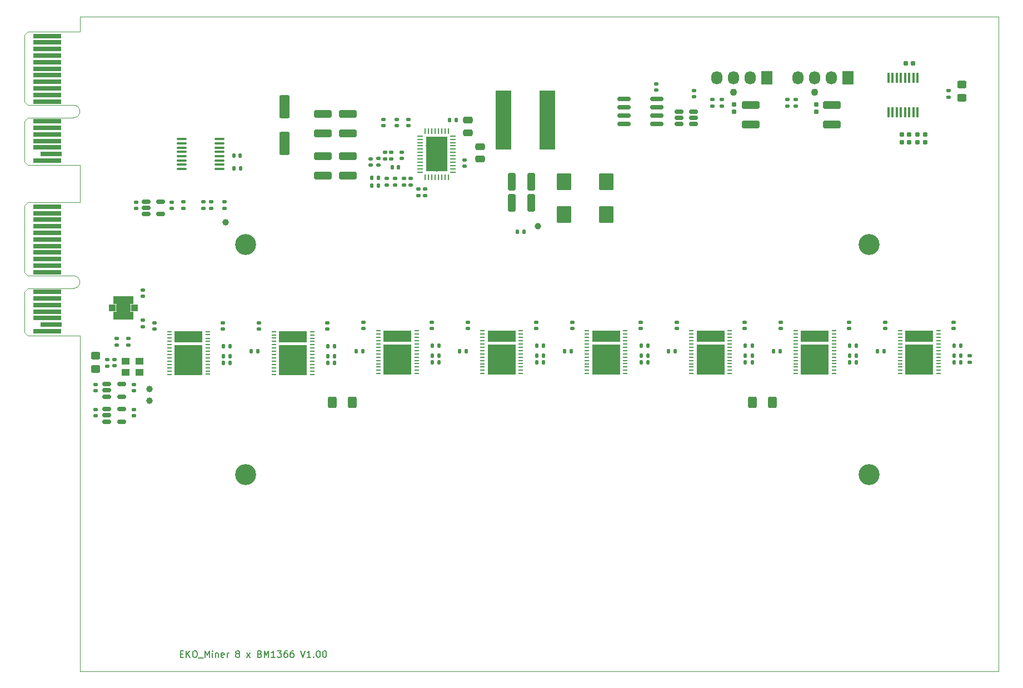
<source format=gbr>
%TF.GenerationSoftware,KiCad,Pcbnew,8.0.0*%
%TF.CreationDate,2024-03-29T21:32:46+01:00*%
%TF.ProjectId,EKO_Miner_BM1366,454b4f5f-4d69-46e6-9572-5f424d313336,rev?*%
%TF.SameCoordinates,Original*%
%TF.FileFunction,Soldermask,Top*%
%TF.FilePolarity,Negative*%
%FSLAX46Y46*%
G04 Gerber Fmt 4.6, Leading zero omitted, Abs format (unit mm)*
G04 Created by KiCad (PCBNEW 8.0.0) date 2024-03-29 21:32:46*
%MOMM*%
%LPD*%
G01*
G04 APERTURE LIST*
G04 Aperture macros list*
%AMRoundRect*
0 Rectangle with rounded corners*
0 $1 Rounding radius*
0 $2 $3 $4 $5 $6 $7 $8 $9 X,Y pos of 4 corners*
0 Add a 4 corners polygon primitive as box body*
4,1,4,$2,$3,$4,$5,$6,$7,$8,$9,$2,$3,0*
0 Add four circle primitives for the rounded corners*
1,1,$1+$1,$2,$3*
1,1,$1+$1,$4,$5*
1,1,$1+$1,$6,$7*
1,1,$1+$1,$8,$9*
0 Add four rect primitives between the rounded corners*
20,1,$1+$1,$2,$3,$4,$5,0*
20,1,$1+$1,$4,$5,$6,$7,0*
20,1,$1+$1,$6,$7,$8,$9,0*
20,1,$1+$1,$8,$9,$2,$3,0*%
G04 Aperture macros list end*
%ADD10C,0.150000*%
%ADD11RoundRect,0.250000X1.100000X-0.325000X1.100000X0.325000X-1.100000X0.325000X-1.100000X-0.325000X0*%
%ADD12RoundRect,0.100000X-0.637500X-0.100000X0.637500X-0.100000X0.637500X0.100000X-0.637500X0.100000X0*%
%ADD13RoundRect,0.135000X-0.135000X-0.185000X0.135000X-0.185000X0.135000X0.185000X-0.135000X0.185000X0*%
%ADD14RoundRect,0.250000X0.475000X-0.250000X0.475000X0.250000X-0.475000X0.250000X-0.475000X-0.250000X0*%
%ADD15C,1.000000*%
%ADD16C,1.100000*%
%ADD17R,1.730000X2.030000*%
%ADD18O,1.730000X2.030000*%
%ADD19RoundRect,0.135000X-0.185000X0.135000X-0.185000X-0.135000X0.185000X-0.135000X0.185000X0.135000X0*%
%ADD20C,3.200000*%
%ADD21RoundRect,0.140000X-0.170000X0.140000X-0.170000X-0.140000X0.170000X-0.140000X0.170000X0.140000X0*%
%ADD22RoundRect,0.140000X0.170000X-0.140000X0.170000X0.140000X-0.170000X0.140000X-0.170000X-0.140000X0*%
%ADD23RoundRect,0.150000X-0.512500X-0.150000X0.512500X-0.150000X0.512500X0.150000X-0.512500X0.150000X0*%
%ADD24RoundRect,0.135000X0.185000X-0.135000X0.185000X0.135000X-0.185000X0.135000X-0.185000X-0.135000X0*%
%ADD25RoundRect,0.140000X0.140000X0.170000X-0.140000X0.170000X-0.140000X-0.170000X0.140000X-0.170000X0*%
%ADD26RoundRect,0.135000X0.135000X0.185000X-0.135000X0.185000X-0.135000X-0.185000X0.135000X-0.185000X0*%
%ADD27R,0.792000X0.221000*%
%ADD28R,4.277000X1.810000*%
%ADD29R,4.277000X4.530000*%
%ADD30R,4.300000X0.700000*%
%ADD31R,3.200000X0.700000*%
%ADD32RoundRect,0.155000X0.212500X0.155000X-0.212500X0.155000X-0.212500X-0.155000X0.212500X-0.155000X0*%
%ADD33RoundRect,0.150000X-0.825000X-0.150000X0.825000X-0.150000X0.825000X0.150000X-0.825000X0.150000X0*%
%ADD34RoundRect,0.250000X0.450000X-0.325000X0.450000X0.325000X-0.450000X0.325000X-0.450000X-0.325000X0*%
%ADD35RoundRect,0.140000X-0.140000X-0.170000X0.140000X-0.170000X0.140000X0.170000X-0.140000X0.170000X0*%
%ADD36RoundRect,0.250000X-1.100000X0.325000X-1.100000X-0.325000X1.100000X-0.325000X1.100000X0.325000X0*%
%ADD37R,0.410000X1.600000*%
%ADD38RoundRect,0.155000X-0.212500X-0.155000X0.212500X-0.155000X0.212500X0.155000X-0.212500X0.155000X0*%
%ADD39RoundRect,0.250000X-0.875000X-1.025000X0.875000X-1.025000X0.875000X1.025000X-0.875000X1.025000X0*%
%ADD40R,2.380000X9.000000*%
%ADD41RoundRect,0.250000X0.550000X-1.500000X0.550000X1.500000X-0.550000X1.500000X-0.550000X-1.500000X0*%
%ADD42RoundRect,0.155000X-0.155000X0.212500X-0.155000X-0.212500X0.155000X-0.212500X0.155000X0.212500X0*%
%ADD43RoundRect,0.250000X0.325000X1.100000X-0.325000X1.100000X-0.325000X-1.100000X0.325000X-1.100000X0*%
%ADD44R,1.300000X1.100000*%
%ADD45RoundRect,0.250000X-0.400000X-0.625000X0.400000X-0.625000X0.400000X0.625000X-0.400000X0.625000X0*%
%ADD46RoundRect,0.062500X0.337500X0.062500X-0.337500X0.062500X-0.337500X-0.062500X0.337500X-0.062500X0*%
%ADD47RoundRect,0.062500X0.062500X0.337500X-0.062500X0.337500X-0.062500X-0.337500X0.062500X-0.337500X0*%
%ADD48C,0.500000*%
%ADD49R,3.300000X5.300000*%
%ADD50RoundRect,0.051040X-0.480960X0.180960X-0.480960X-0.180960X0.480960X-0.180960X0.480960X0.180960X0*%
%ADD51RoundRect,0.013920X-0.218080X0.518080X-0.218080X-0.518080X0.218080X-0.518080X0.218080X0.518080X0*%
%ADD52RoundRect,0.102000X-1.000000X0.500000X-1.000000X-0.500000X1.000000X-0.500000X1.000000X0.500000X0*%
%TA.AperFunction,Profile*%
%ADD53C,0.100000*%
%TD*%
G04 APERTURE END LIST*
D10*
X90086779Y-122346009D02*
X90420112Y-122346009D01*
X90562969Y-122869819D02*
X90086779Y-122869819D01*
X90086779Y-122869819D02*
X90086779Y-121869819D01*
X90086779Y-121869819D02*
X90562969Y-121869819D01*
X90991541Y-122869819D02*
X90991541Y-121869819D01*
X91562969Y-122869819D02*
X91134398Y-122298390D01*
X91562969Y-121869819D02*
X90991541Y-122441247D01*
X92182017Y-121869819D02*
X92372493Y-121869819D01*
X92372493Y-121869819D02*
X92467731Y-121917438D01*
X92467731Y-121917438D02*
X92562969Y-122012676D01*
X92562969Y-122012676D02*
X92610588Y-122203152D01*
X92610588Y-122203152D02*
X92610588Y-122536485D01*
X92610588Y-122536485D02*
X92562969Y-122726961D01*
X92562969Y-122726961D02*
X92467731Y-122822200D01*
X92467731Y-122822200D02*
X92372493Y-122869819D01*
X92372493Y-122869819D02*
X92182017Y-122869819D01*
X92182017Y-122869819D02*
X92086779Y-122822200D01*
X92086779Y-122822200D02*
X91991541Y-122726961D01*
X91991541Y-122726961D02*
X91943922Y-122536485D01*
X91943922Y-122536485D02*
X91943922Y-122203152D01*
X91943922Y-122203152D02*
X91991541Y-122012676D01*
X91991541Y-122012676D02*
X92086779Y-121917438D01*
X92086779Y-121917438D02*
X92182017Y-121869819D01*
X92801065Y-122965057D02*
X93562969Y-122965057D01*
X93801065Y-122869819D02*
X93801065Y-121869819D01*
X93801065Y-121869819D02*
X94134398Y-122584104D01*
X94134398Y-122584104D02*
X94467731Y-121869819D01*
X94467731Y-121869819D02*
X94467731Y-122869819D01*
X94943922Y-122869819D02*
X94943922Y-122203152D01*
X94943922Y-121869819D02*
X94896303Y-121917438D01*
X94896303Y-121917438D02*
X94943922Y-121965057D01*
X94943922Y-121965057D02*
X94991541Y-121917438D01*
X94991541Y-121917438D02*
X94943922Y-121869819D01*
X94943922Y-121869819D02*
X94943922Y-121965057D01*
X95420112Y-122203152D02*
X95420112Y-122869819D01*
X95420112Y-122298390D02*
X95467731Y-122250771D01*
X95467731Y-122250771D02*
X95562969Y-122203152D01*
X95562969Y-122203152D02*
X95705826Y-122203152D01*
X95705826Y-122203152D02*
X95801064Y-122250771D01*
X95801064Y-122250771D02*
X95848683Y-122346009D01*
X95848683Y-122346009D02*
X95848683Y-122869819D01*
X96705826Y-122822200D02*
X96610588Y-122869819D01*
X96610588Y-122869819D02*
X96420112Y-122869819D01*
X96420112Y-122869819D02*
X96324874Y-122822200D01*
X96324874Y-122822200D02*
X96277255Y-122726961D01*
X96277255Y-122726961D02*
X96277255Y-122346009D01*
X96277255Y-122346009D02*
X96324874Y-122250771D01*
X96324874Y-122250771D02*
X96420112Y-122203152D01*
X96420112Y-122203152D02*
X96610588Y-122203152D01*
X96610588Y-122203152D02*
X96705826Y-122250771D01*
X96705826Y-122250771D02*
X96753445Y-122346009D01*
X96753445Y-122346009D02*
X96753445Y-122441247D01*
X96753445Y-122441247D02*
X96277255Y-122536485D01*
X97182017Y-122869819D02*
X97182017Y-122203152D01*
X97182017Y-122393628D02*
X97229636Y-122298390D01*
X97229636Y-122298390D02*
X97277255Y-122250771D01*
X97277255Y-122250771D02*
X97372493Y-122203152D01*
X97372493Y-122203152D02*
X97467731Y-122203152D01*
X98705827Y-122298390D02*
X98610589Y-122250771D01*
X98610589Y-122250771D02*
X98562970Y-122203152D01*
X98562970Y-122203152D02*
X98515351Y-122107914D01*
X98515351Y-122107914D02*
X98515351Y-122060295D01*
X98515351Y-122060295D02*
X98562970Y-121965057D01*
X98562970Y-121965057D02*
X98610589Y-121917438D01*
X98610589Y-121917438D02*
X98705827Y-121869819D01*
X98705827Y-121869819D02*
X98896303Y-121869819D01*
X98896303Y-121869819D02*
X98991541Y-121917438D01*
X98991541Y-121917438D02*
X99039160Y-121965057D01*
X99039160Y-121965057D02*
X99086779Y-122060295D01*
X99086779Y-122060295D02*
X99086779Y-122107914D01*
X99086779Y-122107914D02*
X99039160Y-122203152D01*
X99039160Y-122203152D02*
X98991541Y-122250771D01*
X98991541Y-122250771D02*
X98896303Y-122298390D01*
X98896303Y-122298390D02*
X98705827Y-122298390D01*
X98705827Y-122298390D02*
X98610589Y-122346009D01*
X98610589Y-122346009D02*
X98562970Y-122393628D01*
X98562970Y-122393628D02*
X98515351Y-122488866D01*
X98515351Y-122488866D02*
X98515351Y-122679342D01*
X98515351Y-122679342D02*
X98562970Y-122774580D01*
X98562970Y-122774580D02*
X98610589Y-122822200D01*
X98610589Y-122822200D02*
X98705827Y-122869819D01*
X98705827Y-122869819D02*
X98896303Y-122869819D01*
X98896303Y-122869819D02*
X98991541Y-122822200D01*
X98991541Y-122822200D02*
X99039160Y-122774580D01*
X99039160Y-122774580D02*
X99086779Y-122679342D01*
X99086779Y-122679342D02*
X99086779Y-122488866D01*
X99086779Y-122488866D02*
X99039160Y-122393628D01*
X99039160Y-122393628D02*
X98991541Y-122346009D01*
X98991541Y-122346009D02*
X98896303Y-122298390D01*
X100182018Y-122869819D02*
X100705827Y-122203152D01*
X100182018Y-122203152D02*
X100705827Y-122869819D01*
X102182018Y-122346009D02*
X102324875Y-122393628D01*
X102324875Y-122393628D02*
X102372494Y-122441247D01*
X102372494Y-122441247D02*
X102420113Y-122536485D01*
X102420113Y-122536485D02*
X102420113Y-122679342D01*
X102420113Y-122679342D02*
X102372494Y-122774580D01*
X102372494Y-122774580D02*
X102324875Y-122822200D01*
X102324875Y-122822200D02*
X102229637Y-122869819D01*
X102229637Y-122869819D02*
X101848685Y-122869819D01*
X101848685Y-122869819D02*
X101848685Y-121869819D01*
X101848685Y-121869819D02*
X102182018Y-121869819D01*
X102182018Y-121869819D02*
X102277256Y-121917438D01*
X102277256Y-121917438D02*
X102324875Y-121965057D01*
X102324875Y-121965057D02*
X102372494Y-122060295D01*
X102372494Y-122060295D02*
X102372494Y-122155533D01*
X102372494Y-122155533D02*
X102324875Y-122250771D01*
X102324875Y-122250771D02*
X102277256Y-122298390D01*
X102277256Y-122298390D02*
X102182018Y-122346009D01*
X102182018Y-122346009D02*
X101848685Y-122346009D01*
X102848685Y-122869819D02*
X102848685Y-121869819D01*
X102848685Y-121869819D02*
X103182018Y-122584104D01*
X103182018Y-122584104D02*
X103515351Y-121869819D01*
X103515351Y-121869819D02*
X103515351Y-122869819D01*
X104515351Y-122869819D02*
X103943923Y-122869819D01*
X104229637Y-122869819D02*
X104229637Y-121869819D01*
X104229637Y-121869819D02*
X104134399Y-122012676D01*
X104134399Y-122012676D02*
X104039161Y-122107914D01*
X104039161Y-122107914D02*
X103943923Y-122155533D01*
X104848685Y-121869819D02*
X105467732Y-121869819D01*
X105467732Y-121869819D02*
X105134399Y-122250771D01*
X105134399Y-122250771D02*
X105277256Y-122250771D01*
X105277256Y-122250771D02*
X105372494Y-122298390D01*
X105372494Y-122298390D02*
X105420113Y-122346009D01*
X105420113Y-122346009D02*
X105467732Y-122441247D01*
X105467732Y-122441247D02*
X105467732Y-122679342D01*
X105467732Y-122679342D02*
X105420113Y-122774580D01*
X105420113Y-122774580D02*
X105372494Y-122822200D01*
X105372494Y-122822200D02*
X105277256Y-122869819D01*
X105277256Y-122869819D02*
X104991542Y-122869819D01*
X104991542Y-122869819D02*
X104896304Y-122822200D01*
X104896304Y-122822200D02*
X104848685Y-122774580D01*
X106324875Y-121869819D02*
X106134399Y-121869819D01*
X106134399Y-121869819D02*
X106039161Y-121917438D01*
X106039161Y-121917438D02*
X105991542Y-121965057D01*
X105991542Y-121965057D02*
X105896304Y-122107914D01*
X105896304Y-122107914D02*
X105848685Y-122298390D01*
X105848685Y-122298390D02*
X105848685Y-122679342D01*
X105848685Y-122679342D02*
X105896304Y-122774580D01*
X105896304Y-122774580D02*
X105943923Y-122822200D01*
X105943923Y-122822200D02*
X106039161Y-122869819D01*
X106039161Y-122869819D02*
X106229637Y-122869819D01*
X106229637Y-122869819D02*
X106324875Y-122822200D01*
X106324875Y-122822200D02*
X106372494Y-122774580D01*
X106372494Y-122774580D02*
X106420113Y-122679342D01*
X106420113Y-122679342D02*
X106420113Y-122441247D01*
X106420113Y-122441247D02*
X106372494Y-122346009D01*
X106372494Y-122346009D02*
X106324875Y-122298390D01*
X106324875Y-122298390D02*
X106229637Y-122250771D01*
X106229637Y-122250771D02*
X106039161Y-122250771D01*
X106039161Y-122250771D02*
X105943923Y-122298390D01*
X105943923Y-122298390D02*
X105896304Y-122346009D01*
X105896304Y-122346009D02*
X105848685Y-122441247D01*
X107277256Y-121869819D02*
X107086780Y-121869819D01*
X107086780Y-121869819D02*
X106991542Y-121917438D01*
X106991542Y-121917438D02*
X106943923Y-121965057D01*
X106943923Y-121965057D02*
X106848685Y-122107914D01*
X106848685Y-122107914D02*
X106801066Y-122298390D01*
X106801066Y-122298390D02*
X106801066Y-122679342D01*
X106801066Y-122679342D02*
X106848685Y-122774580D01*
X106848685Y-122774580D02*
X106896304Y-122822200D01*
X106896304Y-122822200D02*
X106991542Y-122869819D01*
X106991542Y-122869819D02*
X107182018Y-122869819D01*
X107182018Y-122869819D02*
X107277256Y-122822200D01*
X107277256Y-122822200D02*
X107324875Y-122774580D01*
X107324875Y-122774580D02*
X107372494Y-122679342D01*
X107372494Y-122679342D02*
X107372494Y-122441247D01*
X107372494Y-122441247D02*
X107324875Y-122346009D01*
X107324875Y-122346009D02*
X107277256Y-122298390D01*
X107277256Y-122298390D02*
X107182018Y-122250771D01*
X107182018Y-122250771D02*
X106991542Y-122250771D01*
X106991542Y-122250771D02*
X106896304Y-122298390D01*
X106896304Y-122298390D02*
X106848685Y-122346009D01*
X106848685Y-122346009D02*
X106801066Y-122441247D01*
X108420114Y-121869819D02*
X108753447Y-122869819D01*
X108753447Y-122869819D02*
X109086780Y-121869819D01*
X109943923Y-122869819D02*
X109372495Y-122869819D01*
X109658209Y-122869819D02*
X109658209Y-121869819D01*
X109658209Y-121869819D02*
X109562971Y-122012676D01*
X109562971Y-122012676D02*
X109467733Y-122107914D01*
X109467733Y-122107914D02*
X109372495Y-122155533D01*
X110372495Y-122774580D02*
X110420114Y-122822200D01*
X110420114Y-122822200D02*
X110372495Y-122869819D01*
X110372495Y-122869819D02*
X110324876Y-122822200D01*
X110324876Y-122822200D02*
X110372495Y-122774580D01*
X110372495Y-122774580D02*
X110372495Y-122869819D01*
X111039161Y-121869819D02*
X111134399Y-121869819D01*
X111134399Y-121869819D02*
X111229637Y-121917438D01*
X111229637Y-121917438D02*
X111277256Y-121965057D01*
X111277256Y-121965057D02*
X111324875Y-122060295D01*
X111324875Y-122060295D02*
X111372494Y-122250771D01*
X111372494Y-122250771D02*
X111372494Y-122488866D01*
X111372494Y-122488866D02*
X111324875Y-122679342D01*
X111324875Y-122679342D02*
X111277256Y-122774580D01*
X111277256Y-122774580D02*
X111229637Y-122822200D01*
X111229637Y-122822200D02*
X111134399Y-122869819D01*
X111134399Y-122869819D02*
X111039161Y-122869819D01*
X111039161Y-122869819D02*
X110943923Y-122822200D01*
X110943923Y-122822200D02*
X110896304Y-122774580D01*
X110896304Y-122774580D02*
X110848685Y-122679342D01*
X110848685Y-122679342D02*
X110801066Y-122488866D01*
X110801066Y-122488866D02*
X110801066Y-122250771D01*
X110801066Y-122250771D02*
X110848685Y-122060295D01*
X110848685Y-122060295D02*
X110896304Y-121965057D01*
X110896304Y-121965057D02*
X110943923Y-121917438D01*
X110943923Y-121917438D02*
X111039161Y-121869819D01*
X111991542Y-121869819D02*
X112086780Y-121869819D01*
X112086780Y-121869819D02*
X112182018Y-121917438D01*
X112182018Y-121917438D02*
X112229637Y-121965057D01*
X112229637Y-121965057D02*
X112277256Y-122060295D01*
X112277256Y-122060295D02*
X112324875Y-122250771D01*
X112324875Y-122250771D02*
X112324875Y-122488866D01*
X112324875Y-122488866D02*
X112277256Y-122679342D01*
X112277256Y-122679342D02*
X112229637Y-122774580D01*
X112229637Y-122774580D02*
X112182018Y-122822200D01*
X112182018Y-122822200D02*
X112086780Y-122869819D01*
X112086780Y-122869819D02*
X111991542Y-122869819D01*
X111991542Y-122869819D02*
X111896304Y-122822200D01*
X111896304Y-122822200D02*
X111848685Y-122774580D01*
X111848685Y-122774580D02*
X111801066Y-122679342D01*
X111801066Y-122679342D02*
X111753447Y-122488866D01*
X111753447Y-122488866D02*
X111753447Y-122250771D01*
X111753447Y-122250771D02*
X111801066Y-122060295D01*
X111801066Y-122060295D02*
X111848685Y-121965057D01*
X111848685Y-121965057D02*
X111896304Y-121917438D01*
X111896304Y-121917438D02*
X111991542Y-121869819D01*
D11*
%TO.C,C10*%
X111750000Y-43075000D03*
X111750000Y-40125000D03*
%TD*%
D12*
%TO.C,U3*%
X90312500Y-43925000D03*
X90312500Y-44575000D03*
X90312500Y-45225000D03*
X90312500Y-45875000D03*
X90312500Y-46525000D03*
X90312500Y-47175000D03*
X90312500Y-47825000D03*
X90312500Y-48475000D03*
X96037500Y-48475000D03*
X96037500Y-47825000D03*
X96037500Y-47175000D03*
X96037500Y-46525000D03*
X96037500Y-45875000D03*
X96037500Y-45225000D03*
X96037500Y-44575000D03*
X96037500Y-43925000D03*
%TD*%
D13*
%TO.C,R46*%
X176164285Y-75392000D03*
X177184285Y-75392000D03*
%TD*%
%TO.C,R37*%
X160259428Y-77892000D03*
X161279428Y-77892000D03*
%TD*%
D14*
%TO.C,C15*%
X135750000Y-46950000D03*
X135750000Y-45050000D03*
%TD*%
D15*
%TO.C,TP1*%
X144550000Y-57200000D03*
%TD*%
D16*
%TO.C,J3*%
X186670000Y-36760000D03*
D17*
X191750000Y-34600000D03*
D18*
X189210000Y-34600000D03*
X186670000Y-34600000D03*
X184130000Y-34600000D03*
%TD*%
D19*
%TO.C,R62*%
X171150000Y-37890000D03*
X171150000Y-38910000D03*
%TD*%
D20*
%TO.C,H4*%
X195000000Y-95000000D03*
%TD*%
D21*
%TO.C,C147*%
X102054857Y-71925000D03*
X102054857Y-72885000D03*
%TD*%
D22*
%TO.C,C146*%
X112454857Y-72885000D03*
X112454857Y-71925000D03*
%TD*%
D20*
%TO.C,H2*%
X100000000Y-60000000D03*
%TD*%
D13*
%TO.C,R38*%
X144354571Y-75392000D03*
X145374571Y-75392000D03*
%TD*%
%TO.C,R39*%
X144354571Y-77892000D03*
X145374571Y-77892000D03*
%TD*%
%TO.C,R30*%
X128449714Y-75392000D03*
X129469714Y-75392000D03*
%TD*%
D21*
%TO.C,C28*%
X82950000Y-85120000D03*
X82950000Y-86080000D03*
%TD*%
D13*
%TO.C,R40*%
X160259428Y-75392000D03*
X161279428Y-75392000D03*
%TD*%
D23*
%TO.C,U1*%
X84812500Y-53450000D03*
X84812500Y-54400000D03*
X84812500Y-55350000D03*
X87087500Y-55350000D03*
X87087500Y-53450000D03*
%TD*%
D24*
%TO.C,R9*%
X122750000Y-50910000D03*
X122750000Y-49890000D03*
%TD*%
D13*
%TO.C,R59*%
X192069142Y-75392000D03*
X193089142Y-75392000D03*
%TD*%
D25*
%TO.C,C17*%
X123305000Y-48200000D03*
X122345000Y-48200000D03*
%TD*%
D24*
%TO.C,R8*%
X93550000Y-54510000D03*
X93550000Y-53490000D03*
%TD*%
D13*
%TO.C,R27*%
X96640000Y-77000000D03*
X97660000Y-77000000D03*
%TD*%
D22*
%TO.C,C144*%
X96550000Y-72880000D03*
X96550000Y-71920000D03*
%TD*%
D23*
%TO.C,U6*%
X78812500Y-81250000D03*
X78812500Y-82200000D03*
X78812500Y-83150000D03*
X81087500Y-83150000D03*
X81087500Y-81250000D03*
%TD*%
D13*
%TO.C,R29*%
X112544857Y-78005000D03*
X113564857Y-78005000D03*
%TD*%
D21*
%TO.C,C59*%
X197484000Y-71812000D03*
X197484000Y-72772000D03*
%TD*%
D26*
%TO.C,R47*%
X181460000Y-76200000D03*
X180440000Y-76200000D03*
%TD*%
D23*
%TO.C,U7*%
X78812500Y-85050000D03*
X78812500Y-86000000D03*
X78812500Y-86950000D03*
X81087500Y-86950000D03*
X81087500Y-85050000D03*
%TD*%
D26*
%TO.C,R1*%
X142460000Y-58000000D03*
X141440000Y-58000000D03*
%TD*%
D27*
%TO.C,U14*%
X183834000Y-73129000D03*
X183834000Y-73631000D03*
X183834000Y-74133000D03*
X183834000Y-74635000D03*
X183834000Y-75137000D03*
X183834000Y-75639000D03*
X183834000Y-76141000D03*
X183834000Y-76643000D03*
X183834000Y-77145000D03*
X183834000Y-77647000D03*
X183834000Y-78149000D03*
X183834000Y-78651000D03*
X183834000Y-79153000D03*
X183834000Y-79655000D03*
X189666000Y-79642000D03*
X189666000Y-79142000D03*
X189666000Y-78642000D03*
X189666000Y-78142000D03*
X189666000Y-77642000D03*
X189666000Y-77145000D03*
X189666000Y-76642000D03*
X189666000Y-76141000D03*
X189666000Y-75639000D03*
X189666000Y-75137000D03*
X189666000Y-74635000D03*
X189666000Y-74142000D03*
X189666000Y-73631000D03*
X189666000Y-73142000D03*
D28*
X186750000Y-73924000D03*
D29*
X186750000Y-77500000D03*
%TD*%
D13*
%TO.C,R44*%
X160259428Y-76892000D03*
X161279428Y-76892000D03*
%TD*%
D30*
%TO.C,J2*%
X69800000Y-54200000D03*
X69800000Y-55200000D03*
X69800000Y-56200000D03*
X69800000Y-57200000D03*
X69800000Y-58200000D03*
X69800000Y-59200000D03*
X69800000Y-60200000D03*
X69800000Y-61200000D03*
X69800000Y-62200000D03*
X69800000Y-63200000D03*
X69800000Y-64200000D03*
X69800000Y-67200000D03*
X69800000Y-68200000D03*
X69800000Y-69200000D03*
X69800000Y-70200000D03*
X69800000Y-71200000D03*
D31*
X70350000Y-72200000D03*
D30*
X69800000Y-73200000D03*
%TD*%
D32*
%TO.C,R61*%
X203517500Y-43200000D03*
X202382500Y-43200000D03*
%TD*%
D13*
%TO.C,R16*%
X119240000Y-49800000D03*
X120260000Y-49800000D03*
%TD*%
D22*
%TO.C,C3*%
X168350000Y-37480000D03*
X168350000Y-36520000D03*
%TD*%
D33*
%TO.C,U2*%
X157675000Y-37795000D03*
X157675000Y-39065000D03*
X157675000Y-40335000D03*
X157675000Y-41605000D03*
X162625000Y-41605000D03*
X162625000Y-40335000D03*
X162625000Y-39065000D03*
X162625000Y-37795000D03*
%TD*%
D26*
%TO.C,R51*%
X197260000Y-76200000D03*
X196240000Y-76200000D03*
%TD*%
D24*
%TO.C,R2*%
X94750000Y-54510000D03*
X94750000Y-53490000D03*
%TD*%
D15*
%TO.C,TP2*%
X85350000Y-82000000D03*
%TD*%
D32*
%TO.C,R68*%
X201117500Y-43200000D03*
X199982500Y-43200000D03*
%TD*%
D22*
%TO.C,C1*%
X84350000Y-67880000D03*
X84350000Y-66920000D03*
%TD*%
%TO.C,C63*%
X191979142Y-72772000D03*
X191979142Y-71812000D03*
%TD*%
D26*
%TO.C,R5*%
X132135000Y-41000000D03*
X131115000Y-41000000D03*
%TD*%
D13*
%TO.C,R25*%
X96640000Y-75500000D03*
X97660000Y-75500000D03*
%TD*%
D34*
%TO.C,D2*%
X77150000Y-78980000D03*
X77150000Y-76930000D03*
%TD*%
D26*
%TO.C,R50*%
X165460000Y-76200000D03*
X164440000Y-76200000D03*
%TD*%
D30*
%TO.C,J5*%
X69800000Y-28200000D03*
X69800000Y-29200000D03*
X69800000Y-30200000D03*
X69800000Y-31200000D03*
X69800000Y-32200000D03*
X69800000Y-33200000D03*
X69800000Y-34200000D03*
X69800000Y-35200000D03*
X69800000Y-36200000D03*
X69800000Y-37200000D03*
X69800000Y-38200000D03*
X69800000Y-41200000D03*
X69800000Y-42200000D03*
X69800000Y-43200000D03*
X69800000Y-44200000D03*
X69800000Y-45200000D03*
D31*
X70350000Y-46200000D03*
D30*
X69800000Y-47200000D03*
%TD*%
D35*
%TO.C,C6*%
X98270000Y-48400000D03*
X99230000Y-48400000D03*
%TD*%
D22*
%TO.C,C20*%
X123825000Y-46880000D03*
X123825000Y-45920000D03*
%TD*%
D36*
%TO.C,C49*%
X189350000Y-38725000D03*
X189350000Y-41675000D03*
%TD*%
D21*
%TO.C,C2*%
X84350000Y-71520000D03*
X84350000Y-72480000D03*
%TD*%
D20*
%TO.C,H3*%
X100000000Y-95000000D03*
%TD*%
D27*
%TO.C,U15*%
X167929143Y-73129000D03*
X167929143Y-73631000D03*
X167929143Y-74133000D03*
X167929143Y-74635000D03*
X167929143Y-75137000D03*
X167929143Y-75639000D03*
X167929143Y-76141000D03*
X167929143Y-76643000D03*
X167929143Y-77145000D03*
X167929143Y-77647000D03*
X167929143Y-78149000D03*
X167929143Y-78651000D03*
X167929143Y-79153000D03*
X167929143Y-79655000D03*
X173761143Y-79642000D03*
X173761143Y-79142000D03*
X173761143Y-78642000D03*
X173761143Y-78142000D03*
X173761143Y-77642000D03*
X173761143Y-77145000D03*
X173761143Y-76642000D03*
X173761143Y-76141000D03*
X173761143Y-75639000D03*
X173761143Y-75137000D03*
X173761143Y-74635000D03*
X173761143Y-74142000D03*
X173761143Y-73631000D03*
X173761143Y-73142000D03*
D28*
X170845143Y-73924000D03*
D29*
X170845143Y-77500000D03*
%TD*%
D21*
%TO.C,C26*%
X82950000Y-81320000D03*
X82950000Y-82280000D03*
%TD*%
D24*
%TO.C,R22*%
X90550000Y-54510000D03*
X90550000Y-53490000D03*
%TD*%
D19*
%TO.C,R24*%
X207150000Y-36490000D03*
X207150000Y-37510000D03*
%TD*%
D21*
%TO.C,C16*%
X119025000Y-46920000D03*
X119025000Y-47880000D03*
%TD*%
D14*
%TO.C,C18*%
X133875000Y-42950000D03*
X133875000Y-41050000D03*
%TD*%
D22*
%TO.C,C133*%
X128359714Y-72772000D03*
X128359714Y-71812000D03*
%TD*%
D19*
%TO.C,R32*%
X78950000Y-77490000D03*
X78950000Y-78510000D03*
%TD*%
D16*
%TO.C,J4*%
X174370000Y-36760000D03*
D17*
X179450000Y-34600000D03*
D18*
X176910000Y-34600000D03*
X174370000Y-34600000D03*
X171830000Y-34600000D03*
%TD*%
D20*
%TO.C,H1*%
X195000000Y-60000000D03*
%TD*%
D21*
%TO.C,C172*%
X86150000Y-71920000D03*
X86150000Y-72880000D03*
%TD*%
D24*
%TO.C,R13*%
X126350000Y-52510000D03*
X126350000Y-51490000D03*
%TD*%
D19*
%TO.C,R14*%
X120225000Y-46890000D03*
X120225000Y-47910000D03*
%TD*%
D24*
%TO.C,R15*%
X125150000Y-50910000D03*
X125150000Y-49890000D03*
%TD*%
D22*
%TO.C,C84*%
X176074285Y-72772000D03*
X176074285Y-71812000D03*
%TD*%
D21*
%TO.C,C25*%
X77150000Y-81320000D03*
X77150000Y-82280000D03*
%TD*%
D13*
%TO.C,R57*%
X207974000Y-75392000D03*
X208994000Y-75392000D03*
%TD*%
D19*
%TO.C,R65*%
X172550000Y-37890000D03*
X172550000Y-38910000D03*
%TD*%
%TO.C,R63*%
X182550000Y-37890000D03*
X182550000Y-38910000D03*
%TD*%
%TO.C,R19*%
X82150000Y-74290000D03*
X82150000Y-75310000D03*
%TD*%
D21*
%TO.C,C120*%
X149769428Y-71812000D03*
X149769428Y-72772000D03*
%TD*%
D13*
%TO.C,R26*%
X112544857Y-77005000D03*
X113564857Y-77005000D03*
%TD*%
D26*
%TO.C,R31*%
X133660000Y-76200000D03*
X132640000Y-76200000D03*
%TD*%
D21*
%TO.C,C27*%
X77150000Y-85120000D03*
X77150000Y-86080000D03*
%TD*%
D22*
%TO.C,C4*%
X162550000Y-36480000D03*
X162550000Y-35520000D03*
%TD*%
D21*
%TO.C,C175*%
X88750000Y-53520000D03*
X88750000Y-54480000D03*
%TD*%
D13*
%TO.C,R35*%
X128449714Y-77892000D03*
X129469714Y-77892000D03*
%TD*%
D15*
%TO.C,TP27*%
X96950000Y-56600000D03*
%TD*%
D13*
%TO.C,R55*%
X192069142Y-76892000D03*
X193089142Y-76892000D03*
%TD*%
D37*
%TO.C,U17*%
X197927500Y-39854300D03*
X198562500Y-39854300D03*
X199197500Y-39854300D03*
X199832500Y-39854300D03*
X200467500Y-39854300D03*
X201102500Y-39854300D03*
X201737500Y-39854300D03*
X202372500Y-39854300D03*
X202372500Y-34545700D03*
X201737500Y-34545700D03*
X201102500Y-34545700D03*
X200467500Y-34545700D03*
X199832500Y-34545700D03*
X199197500Y-34545700D03*
X198562500Y-34545700D03*
X197927500Y-34545700D03*
%TD*%
D34*
%TO.C,D1*%
X209150000Y-37625000D03*
X209150000Y-35575000D03*
%TD*%
D38*
%TO.C,C51*%
X200582500Y-32400000D03*
X201717500Y-32400000D03*
%TD*%
D39*
%TO.C,C177*%
X148550000Y-55400000D03*
X154950000Y-55400000D03*
%TD*%
D22*
%TO.C,C5*%
X124825000Y-41880000D03*
X124825000Y-40920000D03*
%TD*%
D40*
%TO.C,L1*%
X139300000Y-41000000D03*
X145950000Y-41000000D03*
%TD*%
D11*
%TO.C,C13*%
X115550000Y-43075000D03*
X115550000Y-40125000D03*
%TD*%
D19*
%TO.C,R12*%
X121225000Y-45890000D03*
X121225000Y-46910000D03*
%TD*%
D26*
%TO.C,R33*%
X117860000Y-76200000D03*
X116840000Y-76200000D03*
%TD*%
D19*
%TO.C,R11*%
X127350000Y-51490000D03*
X127350000Y-52510000D03*
%TD*%
D27*
%TO.C,U12*%
X120214572Y-73129000D03*
X120214572Y-73631000D03*
X120214572Y-74133000D03*
X120214572Y-74635000D03*
X120214572Y-75137000D03*
X120214572Y-75639000D03*
X120214572Y-76141000D03*
X120214572Y-76643000D03*
X120214572Y-77145000D03*
X120214572Y-77647000D03*
X120214572Y-78149000D03*
X120214572Y-78651000D03*
X120214572Y-79153000D03*
X120214572Y-79655000D03*
X126046572Y-79642000D03*
X126046572Y-79142000D03*
X126046572Y-78642000D03*
X126046572Y-78142000D03*
X126046572Y-77642000D03*
X126046572Y-77145000D03*
X126046572Y-76642000D03*
X126046572Y-76141000D03*
X126046572Y-75639000D03*
X126046572Y-75137000D03*
X126046572Y-74635000D03*
X126046572Y-74142000D03*
X126046572Y-73631000D03*
X126046572Y-73142000D03*
D28*
X123130572Y-73924000D03*
D29*
X123130572Y-77500000D03*
%TD*%
D35*
%TO.C,C174*%
X98195000Y-46450000D03*
X99155000Y-46450000D03*
%TD*%
D41*
%TO.C,C11*%
X105950000Y-44600000D03*
X105950000Y-39000000D03*
%TD*%
D42*
%TO.C,C47*%
X186950000Y-38632500D03*
X186950000Y-39767500D03*
%TD*%
D13*
%TO.C,R10*%
X119240000Y-51000000D03*
X120260000Y-51000000D03*
%TD*%
D27*
%TO.C,U11*%
X136119429Y-73129000D03*
X136119429Y-73631000D03*
X136119429Y-74133000D03*
X136119429Y-74635000D03*
X136119429Y-75137000D03*
X136119429Y-75639000D03*
X136119429Y-76141000D03*
X136119429Y-76643000D03*
X136119429Y-77145000D03*
X136119429Y-77647000D03*
X136119429Y-78149000D03*
X136119429Y-78651000D03*
X136119429Y-79153000D03*
X136119429Y-79655000D03*
X141951429Y-79642000D03*
X141951429Y-79142000D03*
X141951429Y-78642000D03*
X141951429Y-78142000D03*
X141951429Y-77642000D03*
X141951429Y-77145000D03*
X141951429Y-76642000D03*
X141951429Y-76141000D03*
X141951429Y-75639000D03*
X141951429Y-75137000D03*
X141951429Y-74635000D03*
X141951429Y-74142000D03*
X141951429Y-73631000D03*
X141951429Y-73142000D03*
D28*
X139035429Y-73924000D03*
D29*
X139035429Y-77500000D03*
%TD*%
D27*
%TO.C,U16*%
X199738858Y-73129000D03*
X199738858Y-73631000D03*
X199738858Y-74133000D03*
X199738858Y-74635000D03*
X199738858Y-75137000D03*
X199738858Y-75639000D03*
X199738858Y-76141000D03*
X199738858Y-76643000D03*
X199738858Y-77145000D03*
X199738858Y-77647000D03*
X199738858Y-78149000D03*
X199738858Y-78651000D03*
X199738858Y-79153000D03*
X199738858Y-79655000D03*
X205570858Y-79642000D03*
X205570858Y-79142000D03*
X205570858Y-78642000D03*
X205570858Y-78142000D03*
X205570858Y-77642000D03*
X205570858Y-77145000D03*
X205570858Y-76642000D03*
X205570858Y-76141000D03*
X205570858Y-75639000D03*
X205570858Y-75137000D03*
X205570858Y-74635000D03*
X205570858Y-74142000D03*
X205570858Y-73631000D03*
X205570858Y-73142000D03*
D28*
X202654858Y-73924000D03*
D29*
X202654858Y-77500000D03*
%TD*%
D27*
%TO.C,U13*%
X152024286Y-73129000D03*
X152024286Y-73631000D03*
X152024286Y-74133000D03*
X152024286Y-74635000D03*
X152024286Y-75137000D03*
X152024286Y-75639000D03*
X152024286Y-76141000D03*
X152024286Y-76643000D03*
X152024286Y-77145000D03*
X152024286Y-77647000D03*
X152024286Y-78149000D03*
X152024286Y-78651000D03*
X152024286Y-79153000D03*
X152024286Y-79655000D03*
X157856286Y-79642000D03*
X157856286Y-79142000D03*
X157856286Y-78642000D03*
X157856286Y-78142000D03*
X157856286Y-77642000D03*
X157856286Y-77145000D03*
X157856286Y-76642000D03*
X157856286Y-76141000D03*
X157856286Y-75639000D03*
X157856286Y-75137000D03*
X157856286Y-74635000D03*
X157856286Y-74142000D03*
X157856286Y-73631000D03*
X157856286Y-73142000D03*
D28*
X154940286Y-73924000D03*
D29*
X154940286Y-77500000D03*
%TD*%
D39*
%TO.C,C176*%
X148550000Y-50400000D03*
X154950000Y-50400000D03*
%TD*%
D36*
%TO.C,C12*%
X115550000Y-46525000D03*
X115550000Y-49475000D03*
%TD*%
D13*
%TO.C,R28*%
X112544857Y-75505000D03*
X113564857Y-75505000D03*
%TD*%
%TO.C,R48*%
X176164285Y-77892000D03*
X177184285Y-77892000D03*
%TD*%
%TO.C,R21*%
X96640000Y-78000000D03*
X97660000Y-78000000D03*
%TD*%
D21*
%TO.C,C137*%
X133864571Y-71812000D03*
X133864571Y-72772000D03*
%TD*%
D13*
%TO.C,R36*%
X144354571Y-76892000D03*
X145374571Y-76892000D03*
%TD*%
D42*
%TO.C,C53*%
X174450000Y-38632500D03*
X174450000Y-39767500D03*
%TD*%
D43*
%TO.C,C23*%
X143500000Y-53600000D03*
X140550000Y-53600000D03*
%TD*%
D38*
%TO.C,C48*%
X202382500Y-44400000D03*
X203517500Y-44400000D03*
%TD*%
D22*
%TO.C,C105*%
X144264571Y-72772000D03*
X144264571Y-71812000D03*
%TD*%
D24*
%TO.C,R6*%
X96750000Y-54510000D03*
X96750000Y-53490000D03*
%TD*%
D22*
%TO.C,C29*%
X80050000Y-78480000D03*
X80050000Y-77520000D03*
%TD*%
D44*
%TO.C,U8*%
X81700000Y-79425000D03*
X83800000Y-79425000D03*
X83800000Y-77775000D03*
X81700000Y-77775000D03*
%TD*%
D45*
%TO.C,TH1*%
X113200000Y-84000000D03*
X116300000Y-84000000D03*
%TD*%
D38*
%TO.C,C52*%
X199982500Y-44400000D03*
X201117500Y-44400000D03*
%TD*%
D22*
%TO.C,C8*%
X121025000Y-41880000D03*
X121025000Y-40920000D03*
%TD*%
D19*
%TO.C,R4*%
X121550000Y-49890000D03*
X121550000Y-50910000D03*
%TD*%
D13*
%TO.C,R53*%
X207974000Y-76892000D03*
X208994000Y-76892000D03*
%TD*%
D22*
%TO.C,C65*%
X207884000Y-72772000D03*
X207884000Y-71812000D03*
%TD*%
D27*
%TO.C,U9*%
X88404858Y-73237000D03*
X88404858Y-73739000D03*
X88404858Y-74241000D03*
X88404858Y-74743000D03*
X88404858Y-75245000D03*
X88404858Y-75747000D03*
X88404858Y-76249000D03*
X88404858Y-76751000D03*
X88404858Y-77253000D03*
X88404858Y-77755000D03*
X88404858Y-78257000D03*
X88404858Y-78759000D03*
X88404858Y-79261000D03*
X88404858Y-79763000D03*
X94236858Y-79750000D03*
X94236858Y-79250000D03*
X94236858Y-78750000D03*
X94236858Y-78250000D03*
X94236858Y-77750000D03*
X94236858Y-77253000D03*
X94236858Y-76750000D03*
X94236858Y-76249000D03*
X94236858Y-75747000D03*
X94236858Y-75245000D03*
X94236858Y-74743000D03*
X94236858Y-74250000D03*
X94236858Y-73739000D03*
X94236858Y-73250000D03*
D28*
X91320858Y-74032000D03*
D29*
X91320858Y-77608000D03*
%TD*%
D21*
%TO.C,C78*%
X165674285Y-71812000D03*
X165674285Y-72772000D03*
%TD*%
%TO.C,C50*%
X83350000Y-53520000D03*
X83350000Y-54480000D03*
%TD*%
D24*
%TO.C,R56*%
X210350000Y-77910000D03*
X210350000Y-76890000D03*
%TD*%
D15*
%TO.C,TP3*%
X85350000Y-83800000D03*
%TD*%
D13*
%TO.C,R34*%
X128449714Y-76892000D03*
X129469714Y-76892000D03*
%TD*%
D27*
%TO.C,U10*%
X104309715Y-73242000D03*
X104309715Y-73744000D03*
X104309715Y-74246000D03*
X104309715Y-74748000D03*
X104309715Y-75250000D03*
X104309715Y-75752000D03*
X104309715Y-76254000D03*
X104309715Y-76756000D03*
X104309715Y-77258000D03*
X104309715Y-77760000D03*
X104309715Y-78262000D03*
X104309715Y-78764000D03*
X104309715Y-79266000D03*
X104309715Y-79768000D03*
X110141715Y-79755000D03*
X110141715Y-79255000D03*
X110141715Y-78755000D03*
X110141715Y-78255000D03*
X110141715Y-77755000D03*
X110141715Y-77258000D03*
X110141715Y-76755000D03*
X110141715Y-76254000D03*
X110141715Y-75752000D03*
X110141715Y-75250000D03*
X110141715Y-74748000D03*
X110141715Y-74255000D03*
X110141715Y-73744000D03*
X110141715Y-73255000D03*
D28*
X107225715Y-74037000D03*
D29*
X107225715Y-77613000D03*
%TD*%
D24*
%TO.C,R20*%
X80350000Y-75310000D03*
X80350000Y-74290000D03*
%TD*%
D22*
%TO.C,C107*%
X160169428Y-72772000D03*
X160169428Y-71812000D03*
%TD*%
D24*
%TO.C,R17*%
X124100000Y-50910000D03*
X124100000Y-49890000D03*
%TD*%
D26*
%TO.C,R23*%
X101860000Y-76200000D03*
X100840000Y-76200000D03*
%TD*%
D19*
%TO.C,R66*%
X183850000Y-37890000D03*
X183850000Y-38910000D03*
%TD*%
D22*
%TO.C,C19*%
X133350000Y-48080000D03*
X133350000Y-47120000D03*
%TD*%
D23*
%TO.C,U18*%
X166012500Y-39750000D03*
X166012500Y-40700000D03*
X166012500Y-41650000D03*
X168287500Y-41650000D03*
X168287500Y-40700000D03*
X168287500Y-39750000D03*
%TD*%
D13*
%TO.C,R60*%
X207974000Y-77892000D03*
X208994000Y-77892000D03*
%TD*%
D36*
%TO.C,C7*%
X111750000Y-46525000D03*
X111750000Y-49475000D03*
%TD*%
D43*
%TO.C,C22*%
X143500000Y-50400000D03*
X140550000Y-50400000D03*
%TD*%
D22*
%TO.C,C9*%
X123025000Y-41880000D03*
X123025000Y-40920000D03*
%TD*%
D46*
%TO.C,U5*%
X131625000Y-48950000D03*
X131625000Y-48450000D03*
X131625000Y-47950000D03*
X131625000Y-47450000D03*
X131625000Y-46950000D03*
X131625000Y-46450000D03*
X131625000Y-45950000D03*
X131625000Y-45450000D03*
X131625000Y-44950000D03*
X131625000Y-44450000D03*
X131625000Y-43950000D03*
X131625000Y-43450000D03*
D47*
X130875000Y-42700000D03*
X130375000Y-42700000D03*
X129875000Y-42700000D03*
X129375000Y-42700000D03*
X128875000Y-42700000D03*
X128375000Y-42700000D03*
X127875000Y-42700000D03*
X127375000Y-42700000D03*
D46*
X126625000Y-43450000D03*
X126625000Y-43950000D03*
X126625000Y-44450000D03*
X126625000Y-44950000D03*
X126625000Y-45450000D03*
X126625000Y-45950000D03*
X126625000Y-46450000D03*
X126625000Y-46950000D03*
X126625000Y-47450000D03*
X126625000Y-47950000D03*
X126625000Y-48450000D03*
X126625000Y-48950000D03*
D47*
X127375000Y-49700000D03*
X127875000Y-49700000D03*
X128375000Y-49700000D03*
X128875000Y-49700000D03*
X129375000Y-49700000D03*
X129875000Y-49700000D03*
X130375000Y-49700000D03*
X130875000Y-49700000D03*
D48*
X130405000Y-47600000D03*
X130405000Y-46200000D03*
X130405000Y-44800000D03*
X129125000Y-48600000D03*
X129125000Y-47600000D03*
X129125000Y-46200000D03*
D49*
X129125000Y-46200000D03*
D48*
X129125000Y-44800000D03*
X129125000Y-43800000D03*
X127845000Y-47600000D03*
X127845000Y-46200000D03*
X127725000Y-44920000D03*
%TD*%
D26*
%TO.C,R42*%
X149660000Y-76200000D03*
X148640000Y-76200000D03*
%TD*%
D36*
%TO.C,C21*%
X176950000Y-38725000D03*
X176950000Y-41675000D03*
%TD*%
D21*
%TO.C,C74*%
X181579142Y-71812000D03*
X181579142Y-72772000D03*
%TD*%
%TO.C,C143*%
X117959714Y-71812000D03*
X117959714Y-72772000D03*
%TD*%
D13*
%TO.C,R52*%
X192069142Y-77892000D03*
X193089142Y-77892000D03*
%TD*%
D50*
%TO.C,U4*%
X83085000Y-69365000D03*
D51*
X82650000Y-68430000D03*
X82150000Y-68430000D03*
X81650000Y-68430000D03*
X81150000Y-68430000D03*
X80650000Y-68430000D03*
X80150000Y-68430000D03*
D50*
X79715000Y-69365000D03*
X79715000Y-69865000D03*
D51*
X80150000Y-70800000D03*
X80650000Y-70800000D03*
X81150000Y-70800000D03*
X81650000Y-70800000D03*
X82150000Y-70800000D03*
X82650000Y-70800000D03*
D50*
X83085000Y-69865000D03*
D52*
X81400000Y-69615000D03*
%TD*%
D45*
%TO.C,TH2*%
X177200000Y-84000000D03*
X180300000Y-84000000D03*
%TD*%
D19*
%TO.C,R3*%
X122225000Y-45890000D03*
X122225000Y-46910000D03*
%TD*%
D13*
%TO.C,R45*%
X176164285Y-76892000D03*
X177184285Y-76892000D03*
%TD*%
D53*
X74750000Y-73850000D02*
X74750000Y-125000000D01*
X74750000Y-125000000D02*
X214750000Y-125000000D01*
X74750000Y-27550000D02*
X74750000Y-25250000D01*
X74750000Y-47850000D02*
X74750000Y-53550000D01*
X74750000Y-25250000D02*
X214750000Y-25250000D01*
X214750000Y-125000000D02*
X214750000Y-25250000D01*
%TO.C,J2*%
X66350000Y-54050000D02*
X66350000Y-64250000D01*
X66350000Y-67150000D02*
X66350000Y-73350000D01*
X66850000Y-53550000D02*
X66350000Y-54050000D01*
X66850000Y-64750000D02*
X66350000Y-64250000D01*
X66850000Y-66650000D02*
X66350000Y-67150000D01*
X66850000Y-73850000D02*
X66350000Y-73350000D01*
X73800000Y-64750000D02*
X66850000Y-64750000D01*
X73800000Y-66650000D02*
X66850000Y-66650000D01*
X74750000Y-53550000D02*
X66850000Y-53550000D01*
X74750000Y-73850000D02*
X66850000Y-73850000D01*
X73800000Y-64750000D02*
G75*
G02*
X73800000Y-66650000I0J-950000D01*
G01*
%TO.C,J5*%
X66350000Y-28050000D02*
X66350000Y-38250000D01*
X66350000Y-41150000D02*
X66350000Y-47350000D01*
X66850000Y-27550000D02*
X66350000Y-28050000D01*
X66850000Y-38750000D02*
X66350000Y-38250000D01*
X66850000Y-40650000D02*
X66350000Y-41150000D01*
X66850000Y-47850000D02*
X66350000Y-47350000D01*
X73800000Y-38750000D02*
X66850000Y-38750000D01*
X73800000Y-40650000D02*
X66850000Y-40650000D01*
X74750000Y-27550000D02*
X66850000Y-27550000D01*
X74750000Y-47850000D02*
X66850000Y-47850000D01*
X73800000Y-38750000D02*
G75*
G02*
X73800000Y-40650000I0J-950000D01*
G01*
%TD*%
M02*

</source>
